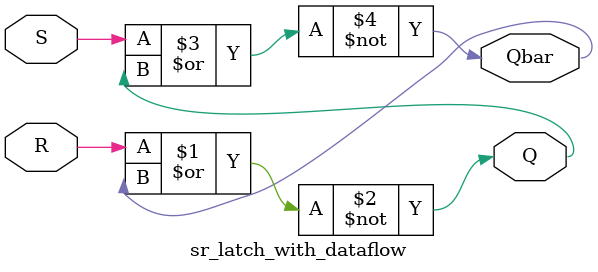
<source format=v>
module sr_latch_with_dataflow(input S, input R, output Q, output Qbar);
	assign Q = ~ (R | Qbar);
	assign Qbar = ~ (S | Q);
endmodule

</source>
